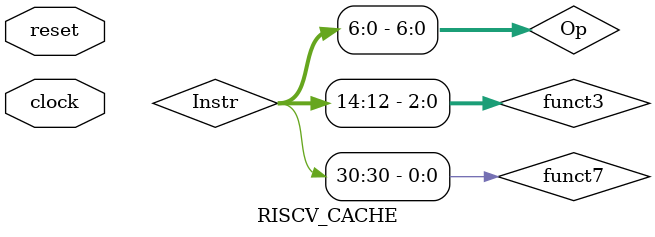
<source format=sv>
module RISCV_CACHE (
  input logic clock,
  input logic reset
);

logic [31:0] Instr;
logic [31:0] ReadData;
logic MemWrite;
logic MemRead;
logic [31:0] PCOut;
logic [31:0] WriteData;
logic [31:0] ALUResult;

logic [2:0] funct3;
logic funct7;
logic [6:0] Op;

assign funct3 = Instr [14:12];
assign funct7 = Instr [30];
assign Op = Instr [6:0];

logic stall;
logic [9: 0] Word_Address;

assign Word_Address = ALUResult [9: 0];

InstMemory DUT1 (
	.address (PCOut), .Instr (Instr) // RD
);

mips DUT2 (
	.clock (clock), .reset (reset), .Instr (Instr), .ReadData (ReadData),
	.funct3 (funct3), .funct7 (funct7), .Op (Op), .PCOut (PCOut), .stall (stall),
	.ALUResult (ALUResult), .WriteData (WriteData), .MemWrite (MemWrite), .MemRead (MemRead)
);

DataMemory_System #(
	.data_length (32),
	.address_length (10)
) DUT3(
	.address (Word_Address),
	.DataIn (WriteData),
	.clock (clock),
	.reset (reset),
	.MemRead (MemRead),
	.MemWrite (MemWrite),
	
	.stall (stall),
	.DataOut (ReadData) 
);


endmodule

</source>
